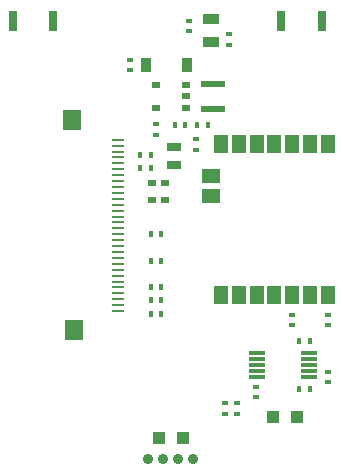
<source format=gbs>
G04 (created by PCBNEW (22-Jun-2014 BZR 4027)-stable) date Thu 09 Jul 2015 06:25:10 AM CDT*
%MOIN*%
G04 Gerber Fmt 3.4, Leading zero omitted, Abs format*
%FSLAX34Y34*%
G01*
G70*
G90*
G04 APERTURE LIST*
%ADD10C,0.00590551*%
%ADD11R,0.045X0.025*%
%ADD12R,0.0157X0.0236*%
%ADD13R,0.0236X0.0157*%
%ADD14R,0.03X0.02*%
%ADD15R,0.0472441X0.0590551*%
%ADD16R,0.0590551X0.0472441*%
%ADD17R,0.0570866X0.011811*%
%ADD18C,0.0350394*%
%ADD19R,0.055X0.035*%
%ADD20R,0.0354331X0.0472441*%
%ADD21R,0.0314961X0.023622*%
%ADD22R,0.0787402X0.023622*%
%ADD23R,0.0393701X0.0393701*%
%ADD24R,0.0433071X0.00984252*%
%ADD25R,0.0590551X0.0669291*%
%ADD26R,0.0314961X0.0669291*%
G04 APERTURE END LIST*
G54D10*
G54D11*
X11750Y-10950D03*
X11750Y-10350D03*
G54D12*
X11773Y-9600D03*
X12127Y-9600D03*
G54D13*
X15700Y-15923D03*
X15700Y-16277D03*
X10300Y-7777D03*
X10300Y-7423D03*
G54D12*
X12523Y-9600D03*
X12877Y-9600D03*
G54D13*
X12500Y-10427D03*
X12500Y-10073D03*
X13600Y-6927D03*
X13600Y-6573D03*
G54D12*
X11327Y-15450D03*
X10973Y-15450D03*
X10977Y-10600D03*
X10623Y-10600D03*
X11327Y-15900D03*
X10973Y-15900D03*
X10977Y-11050D03*
X10623Y-11050D03*
X11327Y-13250D03*
X10973Y-13250D03*
X11327Y-14150D03*
X10973Y-14150D03*
X11327Y-15000D03*
X10973Y-15000D03*
G54D13*
X14500Y-18323D03*
X14500Y-18677D03*
X16900Y-15923D03*
X16900Y-16277D03*
G54D14*
X12150Y-8275D03*
X12150Y-9025D03*
X11150Y-8275D03*
X12150Y-8650D03*
X11150Y-9025D03*
G54D15*
X15100Y-15257D03*
X15690Y-15257D03*
X16281Y-15257D03*
X16871Y-15257D03*
X14509Y-15257D03*
X13918Y-15257D03*
X13328Y-15257D03*
X16871Y-10242D03*
X16281Y-10242D03*
X15690Y-10242D03*
X15100Y-10242D03*
X14509Y-10242D03*
X13918Y-10242D03*
X13328Y-10242D03*
G54D16*
X12974Y-11305D03*
X12974Y-11954D03*
G54D12*
X15923Y-16800D03*
X16277Y-16800D03*
G54D13*
X12250Y-6123D03*
X12250Y-6477D03*
X11150Y-9927D03*
X11150Y-9573D03*
X13850Y-19227D03*
X13850Y-18873D03*
X13450Y-19227D03*
X13450Y-18873D03*
X16900Y-18177D03*
X16900Y-17823D03*
G54D12*
X15923Y-18400D03*
X16277Y-18400D03*
G54D17*
X16266Y-17206D03*
X16266Y-17403D03*
X16266Y-17600D03*
X16266Y-17796D03*
X16266Y-17993D03*
X14533Y-17993D03*
X14533Y-17796D03*
X14533Y-17600D03*
X14533Y-17403D03*
X14533Y-17206D03*
G54D18*
X10900Y-20750D03*
X11400Y-20750D03*
X11900Y-20750D03*
X12400Y-20750D03*
G54D19*
X13000Y-6825D03*
X13000Y-6075D03*
G54D20*
X12169Y-7610D03*
X10830Y-7610D03*
G54D21*
X11033Y-11550D03*
X11466Y-11550D03*
X11466Y-12100D03*
X11033Y-12100D03*
G54D22*
X13050Y-9063D03*
X13050Y-8236D03*
G54D23*
X11256Y-20050D03*
X12043Y-20050D03*
X15056Y-19350D03*
X15843Y-19350D03*
G54D24*
X9900Y-15607D03*
X9900Y-15804D03*
X9900Y-15410D03*
X9900Y-15213D03*
X9900Y-14426D03*
X9900Y-14623D03*
X9900Y-15016D03*
X9900Y-14820D03*
X9900Y-14229D03*
X9900Y-14032D03*
X9900Y-12064D03*
X9900Y-12261D03*
X9900Y-12851D03*
X9900Y-13048D03*
X9900Y-12654D03*
X9900Y-12457D03*
X9900Y-13245D03*
X9900Y-13442D03*
X9900Y-13835D03*
X9900Y-13638D03*
X9900Y-10095D03*
X9900Y-10292D03*
X9900Y-10883D03*
X9900Y-11079D03*
X9900Y-10686D03*
X9900Y-10489D03*
X9900Y-11276D03*
X9900Y-11473D03*
X9900Y-11867D03*
X9900Y-11670D03*
G54D25*
X8364Y-9446D03*
X8403Y-16453D03*
G54D26*
X6380Y-6150D03*
X7719Y-6150D03*
X16669Y-6150D03*
X15330Y-6150D03*
M02*

</source>
